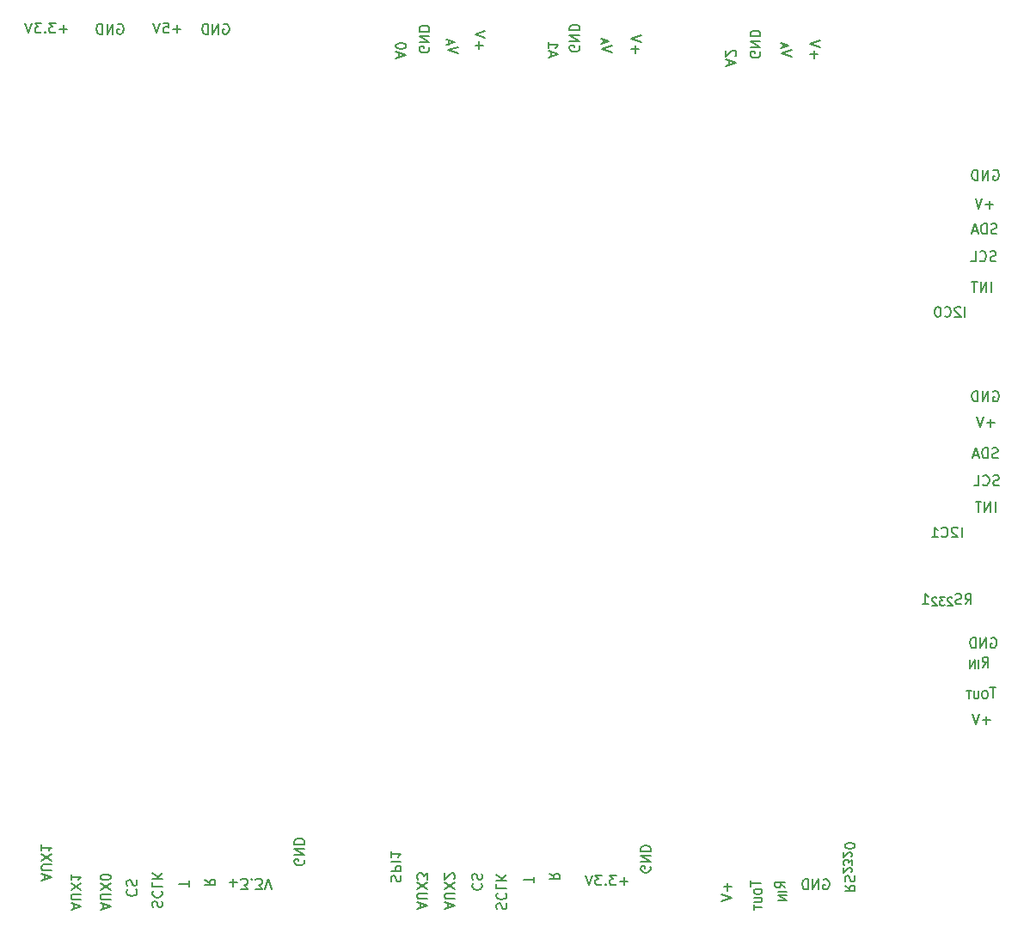
<source format=gbr>
%TF.GenerationSoftware,KiCad,Pcbnew,7.0.8*%
%TF.CreationDate,2024-01-07T20:15:44-08:00*%
%TF.ProjectId,PicoIrrigation,5069636f-4972-4726-9967-6174696f6e2e,rev?*%
%TF.SameCoordinates,Original*%
%TF.FileFunction,Legend,Bot*%
%TF.FilePolarity,Positive*%
%FSLAX46Y46*%
G04 Gerber Fmt 4.6, Leading zero omitted, Abs format (unit mm)*
G04 Created by KiCad (PCBNEW 7.0.8) date 2024-01-07 20:15:44*
%MOMM*%
%LPD*%
G01*
G04 APERTURE LIST*
%ADD10C,0.150000*%
G04 APERTURE END LIST*
D10*
X100439411Y-51917438D02*
X100534649Y-51869819D01*
X100534649Y-51869819D02*
X100677506Y-51869819D01*
X100677506Y-51869819D02*
X100820363Y-51917438D01*
X100820363Y-51917438D02*
X100915601Y-52012676D01*
X100915601Y-52012676D02*
X100963220Y-52107914D01*
X100963220Y-52107914D02*
X101010839Y-52298390D01*
X101010839Y-52298390D02*
X101010839Y-52441247D01*
X101010839Y-52441247D02*
X100963220Y-52631723D01*
X100963220Y-52631723D02*
X100915601Y-52726961D01*
X100915601Y-52726961D02*
X100820363Y-52822200D01*
X100820363Y-52822200D02*
X100677506Y-52869819D01*
X100677506Y-52869819D02*
X100582268Y-52869819D01*
X100582268Y-52869819D02*
X100439411Y-52822200D01*
X100439411Y-52822200D02*
X100391792Y-52774580D01*
X100391792Y-52774580D02*
X100391792Y-52441247D01*
X100391792Y-52441247D02*
X100582268Y-52441247D01*
X99963220Y-52869819D02*
X99963220Y-51869819D01*
X99963220Y-51869819D02*
X99391792Y-52869819D01*
X99391792Y-52869819D02*
X99391792Y-51869819D01*
X98915601Y-52869819D02*
X98915601Y-51869819D01*
X98915601Y-51869819D02*
X98677506Y-51869819D01*
X98677506Y-51869819D02*
X98534649Y-51917438D01*
X98534649Y-51917438D02*
X98439411Y-52012676D01*
X98439411Y-52012676D02*
X98391792Y-52107914D01*
X98391792Y-52107914D02*
X98344173Y-52298390D01*
X98344173Y-52298390D02*
X98344173Y-52441247D01*
X98344173Y-52441247D02*
X98391792Y-52631723D01*
X98391792Y-52631723D02*
X98439411Y-52726961D01*
X98439411Y-52726961D02*
X98534649Y-52822200D01*
X98534649Y-52822200D02*
X98677506Y-52869819D01*
X98677506Y-52869819D02*
X98915601Y-52869819D01*
X176263220Y-69688866D02*
X175501316Y-69688866D01*
X175882268Y-70069819D02*
X175882268Y-69307914D01*
X175167982Y-69069819D02*
X174834649Y-70069819D01*
X174834649Y-70069819D02*
X174501316Y-69069819D01*
X117715895Y-55210839D02*
X117715895Y-54734649D01*
X117430180Y-55306077D02*
X118430180Y-54972744D01*
X118430180Y-54972744D02*
X117430180Y-54639411D01*
X118430180Y-54115601D02*
X118430180Y-54020363D01*
X118430180Y-54020363D02*
X118382561Y-53925125D01*
X118382561Y-53925125D02*
X118334942Y-53877506D01*
X118334942Y-53877506D02*
X118239704Y-53829887D01*
X118239704Y-53829887D02*
X118049228Y-53782268D01*
X118049228Y-53782268D02*
X117811133Y-53782268D01*
X117811133Y-53782268D02*
X117620657Y-53829887D01*
X117620657Y-53829887D02*
X117525419Y-53877506D01*
X117525419Y-53877506D02*
X117477800Y-53925125D01*
X117477800Y-53925125D02*
X117430180Y-54020363D01*
X117430180Y-54020363D02*
X117430180Y-54115601D01*
X117430180Y-54115601D02*
X117477800Y-54210839D01*
X117477800Y-54210839D02*
X117525419Y-54258458D01*
X117525419Y-54258458D02*
X117620657Y-54306077D01*
X117620657Y-54306077D02*
X117811133Y-54353696D01*
X117811133Y-54353696D02*
X118049228Y-54353696D01*
X118049228Y-54353696D02*
X118239704Y-54306077D01*
X118239704Y-54306077D02*
X118334942Y-54258458D01*
X118334942Y-54258458D02*
X118382561Y-54210839D01*
X118382561Y-54210839D02*
X118430180Y-54115601D01*
X155769819Y-137008207D02*
X155293628Y-136674874D01*
X155769819Y-136436779D02*
X154769819Y-136436779D01*
X154769819Y-136436779D02*
X154769819Y-136817731D01*
X154769819Y-136817731D02*
X154817438Y-136912969D01*
X154817438Y-136912969D02*
X154865057Y-136960588D01*
X154865057Y-136960588D02*
X154960295Y-137008207D01*
X154960295Y-137008207D02*
X155103152Y-137008207D01*
X155103152Y-137008207D02*
X155198390Y-136960588D01*
X155198390Y-136960588D02*
X155246009Y-136912969D01*
X155246009Y-136912969D02*
X155293628Y-136817731D01*
X155293628Y-136817731D02*
X155293628Y-136436779D01*
X155880295Y-137389160D02*
X155080295Y-137389160D01*
X155880295Y-137770112D02*
X155080295Y-137770112D01*
X155080295Y-137770112D02*
X155880295Y-138227255D01*
X155880295Y-138227255D02*
X155080295Y-138227255D01*
X158611133Y-55263220D02*
X158611133Y-54501316D01*
X158230180Y-54882268D02*
X158992085Y-54882268D01*
X159230180Y-54167982D02*
X158230180Y-53834649D01*
X158230180Y-53834649D02*
X159230180Y-53501316D01*
X173163220Y-102469819D02*
X173163220Y-101469819D01*
X172734649Y-101565057D02*
X172687030Y-101517438D01*
X172687030Y-101517438D02*
X172591792Y-101469819D01*
X172591792Y-101469819D02*
X172353697Y-101469819D01*
X172353697Y-101469819D02*
X172258459Y-101517438D01*
X172258459Y-101517438D02*
X172210840Y-101565057D01*
X172210840Y-101565057D02*
X172163221Y-101660295D01*
X172163221Y-101660295D02*
X172163221Y-101755533D01*
X172163221Y-101755533D02*
X172210840Y-101898390D01*
X172210840Y-101898390D02*
X172782268Y-102469819D01*
X172782268Y-102469819D02*
X172163221Y-102469819D01*
X171163221Y-102374580D02*
X171210840Y-102422200D01*
X171210840Y-102422200D02*
X171353697Y-102469819D01*
X171353697Y-102469819D02*
X171448935Y-102469819D01*
X171448935Y-102469819D02*
X171591792Y-102422200D01*
X171591792Y-102422200D02*
X171687030Y-102326961D01*
X171687030Y-102326961D02*
X171734649Y-102231723D01*
X171734649Y-102231723D02*
X171782268Y-102041247D01*
X171782268Y-102041247D02*
X171782268Y-101898390D01*
X171782268Y-101898390D02*
X171734649Y-101707914D01*
X171734649Y-101707914D02*
X171687030Y-101612676D01*
X171687030Y-101612676D02*
X171591792Y-101517438D01*
X171591792Y-101517438D02*
X171448935Y-101469819D01*
X171448935Y-101469819D02*
X171353697Y-101469819D01*
X171353697Y-101469819D02*
X171210840Y-101517438D01*
X171210840Y-101517438D02*
X171163221Y-101565057D01*
X170210840Y-102469819D02*
X170782268Y-102469819D01*
X170496554Y-102469819D02*
X170496554Y-101469819D01*
X170496554Y-101469819D02*
X170591792Y-101612676D01*
X170591792Y-101612676D02*
X170687030Y-101707914D01*
X170687030Y-101707914D02*
X170782268Y-101755533D01*
X153282561Y-54639411D02*
X153330180Y-54734649D01*
X153330180Y-54734649D02*
X153330180Y-54877506D01*
X153330180Y-54877506D02*
X153282561Y-55020363D01*
X153282561Y-55020363D02*
X153187323Y-55115601D01*
X153187323Y-55115601D02*
X153092085Y-55163220D01*
X153092085Y-55163220D02*
X152901609Y-55210839D01*
X152901609Y-55210839D02*
X152758752Y-55210839D01*
X152758752Y-55210839D02*
X152568276Y-55163220D01*
X152568276Y-55163220D02*
X152473038Y-55115601D01*
X152473038Y-55115601D02*
X152377800Y-55020363D01*
X152377800Y-55020363D02*
X152330180Y-54877506D01*
X152330180Y-54877506D02*
X152330180Y-54782268D01*
X152330180Y-54782268D02*
X152377800Y-54639411D01*
X152377800Y-54639411D02*
X152425419Y-54591792D01*
X152425419Y-54591792D02*
X152758752Y-54591792D01*
X152758752Y-54591792D02*
X152758752Y-54782268D01*
X152330180Y-54163220D02*
X153330180Y-54163220D01*
X153330180Y-54163220D02*
X152330180Y-53591792D01*
X152330180Y-53591792D02*
X153330180Y-53591792D01*
X152330180Y-53115601D02*
X153330180Y-53115601D01*
X153330180Y-53115601D02*
X153330180Y-52877506D01*
X153330180Y-52877506D02*
X153282561Y-52734649D01*
X153282561Y-52734649D02*
X153187323Y-52639411D01*
X153187323Y-52639411D02*
X153092085Y-52591792D01*
X153092085Y-52591792D02*
X152901609Y-52544173D01*
X152901609Y-52544173D02*
X152758752Y-52544173D01*
X152758752Y-52544173D02*
X152568276Y-52591792D01*
X152568276Y-52591792D02*
X152473038Y-52639411D01*
X152473038Y-52639411D02*
X152377800Y-52734649D01*
X152377800Y-52734649D02*
X152330180Y-52877506D01*
X152330180Y-52877506D02*
X152330180Y-53115601D01*
X140263220Y-136388866D02*
X139501316Y-136388866D01*
X139882268Y-136769819D02*
X139882268Y-136007914D01*
X139120363Y-135769819D02*
X138501316Y-135769819D01*
X138501316Y-135769819D02*
X138834649Y-136150771D01*
X138834649Y-136150771D02*
X138691792Y-136150771D01*
X138691792Y-136150771D02*
X138596554Y-136198390D01*
X138596554Y-136198390D02*
X138548935Y-136246009D01*
X138548935Y-136246009D02*
X138501316Y-136341247D01*
X138501316Y-136341247D02*
X138501316Y-136579342D01*
X138501316Y-136579342D02*
X138548935Y-136674580D01*
X138548935Y-136674580D02*
X138596554Y-136722200D01*
X138596554Y-136722200D02*
X138691792Y-136769819D01*
X138691792Y-136769819D02*
X138977506Y-136769819D01*
X138977506Y-136769819D02*
X139072744Y-136722200D01*
X139072744Y-136722200D02*
X139120363Y-136674580D01*
X138072744Y-136674580D02*
X138025125Y-136722200D01*
X138025125Y-136722200D02*
X138072744Y-136769819D01*
X138072744Y-136769819D02*
X138120363Y-136722200D01*
X138120363Y-136722200D02*
X138072744Y-136674580D01*
X138072744Y-136674580D02*
X138072744Y-136769819D01*
X137691792Y-135769819D02*
X137072745Y-135769819D01*
X137072745Y-135769819D02*
X137406078Y-136150771D01*
X137406078Y-136150771D02*
X137263221Y-136150771D01*
X137263221Y-136150771D02*
X137167983Y-136198390D01*
X137167983Y-136198390D02*
X137120364Y-136246009D01*
X137120364Y-136246009D02*
X137072745Y-136341247D01*
X137072745Y-136341247D02*
X137072745Y-136579342D01*
X137072745Y-136579342D02*
X137120364Y-136674580D01*
X137120364Y-136674580D02*
X137167983Y-136722200D01*
X137167983Y-136722200D02*
X137263221Y-136769819D01*
X137263221Y-136769819D02*
X137548935Y-136769819D01*
X137548935Y-136769819D02*
X137644173Y-136722200D01*
X137644173Y-136722200D02*
X137691792Y-136674580D01*
X136787030Y-135769819D02*
X136453697Y-136769819D01*
X136453697Y-136769819D02*
X136120364Y-135769819D01*
X150215895Y-55910839D02*
X150215895Y-55434649D01*
X149930180Y-56006077D02*
X150930180Y-55672744D01*
X150930180Y-55672744D02*
X149930180Y-55339411D01*
X150834942Y-55053696D02*
X150882561Y-55006077D01*
X150882561Y-55006077D02*
X150930180Y-54910839D01*
X150930180Y-54910839D02*
X150930180Y-54672744D01*
X150930180Y-54672744D02*
X150882561Y-54577506D01*
X150882561Y-54577506D02*
X150834942Y-54529887D01*
X150834942Y-54529887D02*
X150739704Y-54482268D01*
X150739704Y-54482268D02*
X150644466Y-54482268D01*
X150644466Y-54482268D02*
X150501609Y-54529887D01*
X150501609Y-54529887D02*
X149930180Y-55101315D01*
X149930180Y-55101315D02*
X149930180Y-54482268D01*
X125025419Y-136591792D02*
X124977800Y-136639411D01*
X124977800Y-136639411D02*
X124930180Y-136782268D01*
X124930180Y-136782268D02*
X124930180Y-136877506D01*
X124930180Y-136877506D02*
X124977800Y-137020363D01*
X124977800Y-137020363D02*
X125073038Y-137115601D01*
X125073038Y-137115601D02*
X125168276Y-137163220D01*
X125168276Y-137163220D02*
X125358752Y-137210839D01*
X125358752Y-137210839D02*
X125501609Y-137210839D01*
X125501609Y-137210839D02*
X125692085Y-137163220D01*
X125692085Y-137163220D02*
X125787323Y-137115601D01*
X125787323Y-137115601D02*
X125882561Y-137020363D01*
X125882561Y-137020363D02*
X125930180Y-136877506D01*
X125930180Y-136877506D02*
X125930180Y-136782268D01*
X125930180Y-136782268D02*
X125882561Y-136639411D01*
X125882561Y-136639411D02*
X125834942Y-136591792D01*
X124977800Y-136210839D02*
X124930180Y-136067982D01*
X124930180Y-136067982D02*
X124930180Y-135829887D01*
X124930180Y-135829887D02*
X124977800Y-135734649D01*
X124977800Y-135734649D02*
X125025419Y-135687030D01*
X125025419Y-135687030D02*
X125120657Y-135639411D01*
X125120657Y-135639411D02*
X125215895Y-135639411D01*
X125215895Y-135639411D02*
X125311133Y-135687030D01*
X125311133Y-135687030D02*
X125358752Y-135734649D01*
X125358752Y-135734649D02*
X125406371Y-135829887D01*
X125406371Y-135829887D02*
X125453990Y-136020363D01*
X125453990Y-136020363D02*
X125501609Y-136115601D01*
X125501609Y-136115601D02*
X125549228Y-136163220D01*
X125549228Y-136163220D02*
X125644466Y-136210839D01*
X125644466Y-136210839D02*
X125739704Y-136210839D01*
X125739704Y-136210839D02*
X125834942Y-136163220D01*
X125834942Y-136163220D02*
X125882561Y-136115601D01*
X125882561Y-136115601D02*
X125930180Y-136020363D01*
X125930180Y-136020363D02*
X125930180Y-135782268D01*
X125930180Y-135782268D02*
X125882561Y-135639411D01*
X159539411Y-136217438D02*
X159634649Y-136169819D01*
X159634649Y-136169819D02*
X159777506Y-136169819D01*
X159777506Y-136169819D02*
X159920363Y-136217438D01*
X159920363Y-136217438D02*
X160015601Y-136312676D01*
X160015601Y-136312676D02*
X160063220Y-136407914D01*
X160063220Y-136407914D02*
X160110839Y-136598390D01*
X160110839Y-136598390D02*
X160110839Y-136741247D01*
X160110839Y-136741247D02*
X160063220Y-136931723D01*
X160063220Y-136931723D02*
X160015601Y-137026961D01*
X160015601Y-137026961D02*
X159920363Y-137122200D01*
X159920363Y-137122200D02*
X159777506Y-137169819D01*
X159777506Y-137169819D02*
X159682268Y-137169819D01*
X159682268Y-137169819D02*
X159539411Y-137122200D01*
X159539411Y-137122200D02*
X159491792Y-137074580D01*
X159491792Y-137074580D02*
X159491792Y-136741247D01*
X159491792Y-136741247D02*
X159682268Y-136741247D01*
X159063220Y-137169819D02*
X159063220Y-136169819D01*
X159063220Y-136169819D02*
X158491792Y-137169819D01*
X158491792Y-137169819D02*
X158491792Y-136169819D01*
X158015601Y-137169819D02*
X158015601Y-136169819D01*
X158015601Y-136169819D02*
X157777506Y-136169819D01*
X157777506Y-136169819D02*
X157634649Y-136217438D01*
X157634649Y-136217438D02*
X157539411Y-136312676D01*
X157539411Y-136312676D02*
X157491792Y-136407914D01*
X157491792Y-136407914D02*
X157444173Y-136598390D01*
X157444173Y-136598390D02*
X157444173Y-136741247D01*
X157444173Y-136741247D02*
X157491792Y-136931723D01*
X157491792Y-136931723D02*
X157539411Y-137026961D01*
X157539411Y-137026961D02*
X157634649Y-137122200D01*
X157634649Y-137122200D02*
X157777506Y-137169819D01*
X157777506Y-137169819D02*
X158015601Y-137169819D01*
X125611133Y-54363220D02*
X125611133Y-53601316D01*
X125230180Y-53982268D02*
X125992085Y-53982268D01*
X126230180Y-53267982D02*
X125230180Y-52934649D01*
X125230180Y-52934649D02*
X126230180Y-52601316D01*
X150088866Y-136536779D02*
X150088866Y-137298684D01*
X150469819Y-136917731D02*
X149707914Y-136917731D01*
X149469819Y-137632017D02*
X150469819Y-137965350D01*
X150469819Y-137965350D02*
X149469819Y-138298683D01*
X142482561Y-134939411D02*
X142530180Y-135034649D01*
X142530180Y-135034649D02*
X142530180Y-135177506D01*
X142530180Y-135177506D02*
X142482561Y-135320363D01*
X142482561Y-135320363D02*
X142387323Y-135415601D01*
X142387323Y-135415601D02*
X142292085Y-135463220D01*
X142292085Y-135463220D02*
X142101609Y-135510839D01*
X142101609Y-135510839D02*
X141958752Y-135510839D01*
X141958752Y-135510839D02*
X141768276Y-135463220D01*
X141768276Y-135463220D02*
X141673038Y-135415601D01*
X141673038Y-135415601D02*
X141577800Y-135320363D01*
X141577800Y-135320363D02*
X141530180Y-135177506D01*
X141530180Y-135177506D02*
X141530180Y-135082268D01*
X141530180Y-135082268D02*
X141577800Y-134939411D01*
X141577800Y-134939411D02*
X141625419Y-134891792D01*
X141625419Y-134891792D02*
X141958752Y-134891792D01*
X141958752Y-134891792D02*
X141958752Y-135082268D01*
X141530180Y-134463220D02*
X142530180Y-134463220D01*
X142530180Y-134463220D02*
X141530180Y-133891792D01*
X141530180Y-133891792D02*
X142530180Y-133891792D01*
X141530180Y-133415601D02*
X142530180Y-133415601D01*
X142530180Y-133415601D02*
X142530180Y-133177506D01*
X142530180Y-133177506D02*
X142482561Y-133034649D01*
X142482561Y-133034649D02*
X142387323Y-132939411D01*
X142387323Y-132939411D02*
X142292085Y-132891792D01*
X142292085Y-132891792D02*
X142101609Y-132844173D01*
X142101609Y-132844173D02*
X141958752Y-132844173D01*
X141958752Y-132844173D02*
X141768276Y-132891792D01*
X141768276Y-132891792D02*
X141673038Y-132939411D01*
X141673038Y-132939411D02*
X141577800Y-133034649D01*
X141577800Y-133034649D02*
X141530180Y-133177506D01*
X141530180Y-133177506D02*
X141530180Y-133415601D01*
X91025419Y-137191792D02*
X90977800Y-137239411D01*
X90977800Y-137239411D02*
X90930180Y-137382268D01*
X90930180Y-137382268D02*
X90930180Y-137477506D01*
X90930180Y-137477506D02*
X90977800Y-137620363D01*
X90977800Y-137620363D02*
X91073038Y-137715601D01*
X91073038Y-137715601D02*
X91168276Y-137763220D01*
X91168276Y-137763220D02*
X91358752Y-137810839D01*
X91358752Y-137810839D02*
X91501609Y-137810839D01*
X91501609Y-137810839D02*
X91692085Y-137763220D01*
X91692085Y-137763220D02*
X91787323Y-137715601D01*
X91787323Y-137715601D02*
X91882561Y-137620363D01*
X91882561Y-137620363D02*
X91930180Y-137477506D01*
X91930180Y-137477506D02*
X91930180Y-137382268D01*
X91930180Y-137382268D02*
X91882561Y-137239411D01*
X91882561Y-137239411D02*
X91834942Y-137191792D01*
X90977800Y-136810839D02*
X90930180Y-136667982D01*
X90930180Y-136667982D02*
X90930180Y-136429887D01*
X90930180Y-136429887D02*
X90977800Y-136334649D01*
X90977800Y-136334649D02*
X91025419Y-136287030D01*
X91025419Y-136287030D02*
X91120657Y-136239411D01*
X91120657Y-136239411D02*
X91215895Y-136239411D01*
X91215895Y-136239411D02*
X91311133Y-136287030D01*
X91311133Y-136287030D02*
X91358752Y-136334649D01*
X91358752Y-136334649D02*
X91406371Y-136429887D01*
X91406371Y-136429887D02*
X91453990Y-136620363D01*
X91453990Y-136620363D02*
X91501609Y-136715601D01*
X91501609Y-136715601D02*
X91549228Y-136763220D01*
X91549228Y-136763220D02*
X91644466Y-136810839D01*
X91644466Y-136810839D02*
X91739704Y-136810839D01*
X91739704Y-136810839D02*
X91834942Y-136763220D01*
X91834942Y-136763220D02*
X91882561Y-136715601D01*
X91882561Y-136715601D02*
X91930180Y-136620363D01*
X91930180Y-136620363D02*
X91930180Y-136382268D01*
X91930180Y-136382268D02*
X91882561Y-136239411D01*
X176063220Y-78269819D02*
X176063220Y-77269819D01*
X175587030Y-78269819D02*
X175587030Y-77269819D01*
X175587030Y-77269819D02*
X175015602Y-78269819D01*
X175015602Y-78269819D02*
X175015602Y-77269819D01*
X174682268Y-77269819D02*
X174110840Y-77269819D01*
X174396554Y-78269819D02*
X174396554Y-77269819D01*
X123530180Y-54806077D02*
X122530180Y-54472744D01*
X122530180Y-54472744D02*
X123530180Y-54139411D01*
X122648276Y-53891792D02*
X122648276Y-53510839D01*
X122419704Y-53967982D02*
X123219704Y-53701315D01*
X123219704Y-53701315D02*
X122419704Y-53434649D01*
X101036779Y-136511133D02*
X101798684Y-136511133D01*
X101417731Y-136130180D02*
X101417731Y-136892085D01*
X102179636Y-137130180D02*
X102798683Y-137130180D01*
X102798683Y-137130180D02*
X102465350Y-136749228D01*
X102465350Y-136749228D02*
X102608207Y-136749228D01*
X102608207Y-136749228D02*
X102703445Y-136701609D01*
X102703445Y-136701609D02*
X102751064Y-136653990D01*
X102751064Y-136653990D02*
X102798683Y-136558752D01*
X102798683Y-136558752D02*
X102798683Y-136320657D01*
X102798683Y-136320657D02*
X102751064Y-136225419D01*
X102751064Y-136225419D02*
X102703445Y-136177800D01*
X102703445Y-136177800D02*
X102608207Y-136130180D01*
X102608207Y-136130180D02*
X102322493Y-136130180D01*
X102322493Y-136130180D02*
X102227255Y-136177800D01*
X102227255Y-136177800D02*
X102179636Y-136225419D01*
X103227255Y-136225419D02*
X103274874Y-136177800D01*
X103274874Y-136177800D02*
X103227255Y-136130180D01*
X103227255Y-136130180D02*
X103179636Y-136177800D01*
X103179636Y-136177800D02*
X103227255Y-136225419D01*
X103227255Y-136225419D02*
X103227255Y-136130180D01*
X103608207Y-137130180D02*
X104227254Y-137130180D01*
X104227254Y-137130180D02*
X103893921Y-136749228D01*
X103893921Y-136749228D02*
X104036778Y-136749228D01*
X104036778Y-136749228D02*
X104132016Y-136701609D01*
X104132016Y-136701609D02*
X104179635Y-136653990D01*
X104179635Y-136653990D02*
X104227254Y-136558752D01*
X104227254Y-136558752D02*
X104227254Y-136320657D01*
X104227254Y-136320657D02*
X104179635Y-136225419D01*
X104179635Y-136225419D02*
X104132016Y-136177800D01*
X104132016Y-136177800D02*
X104036778Y-136130180D01*
X104036778Y-136130180D02*
X103751064Y-136130180D01*
X103751064Y-136130180D02*
X103655826Y-136177800D01*
X103655826Y-136177800D02*
X103608207Y-136225419D01*
X104512969Y-137130180D02*
X104846302Y-136130180D01*
X104846302Y-136130180D02*
X105179635Y-137130180D01*
X176239411Y-88117438D02*
X176334649Y-88069819D01*
X176334649Y-88069819D02*
X176477506Y-88069819D01*
X176477506Y-88069819D02*
X176620363Y-88117438D01*
X176620363Y-88117438D02*
X176715601Y-88212676D01*
X176715601Y-88212676D02*
X176763220Y-88307914D01*
X176763220Y-88307914D02*
X176810839Y-88498390D01*
X176810839Y-88498390D02*
X176810839Y-88641247D01*
X176810839Y-88641247D02*
X176763220Y-88831723D01*
X176763220Y-88831723D02*
X176715601Y-88926961D01*
X176715601Y-88926961D02*
X176620363Y-89022200D01*
X176620363Y-89022200D02*
X176477506Y-89069819D01*
X176477506Y-89069819D02*
X176382268Y-89069819D01*
X176382268Y-89069819D02*
X176239411Y-89022200D01*
X176239411Y-89022200D02*
X176191792Y-88974580D01*
X176191792Y-88974580D02*
X176191792Y-88641247D01*
X176191792Y-88641247D02*
X176382268Y-88641247D01*
X175763220Y-89069819D02*
X175763220Y-88069819D01*
X175763220Y-88069819D02*
X175191792Y-89069819D01*
X175191792Y-89069819D02*
X175191792Y-88069819D01*
X174715601Y-89069819D02*
X174715601Y-88069819D01*
X174715601Y-88069819D02*
X174477506Y-88069819D01*
X174477506Y-88069819D02*
X174334649Y-88117438D01*
X174334649Y-88117438D02*
X174239411Y-88212676D01*
X174239411Y-88212676D02*
X174191792Y-88307914D01*
X174191792Y-88307914D02*
X174144173Y-88498390D01*
X174144173Y-88498390D02*
X174144173Y-88641247D01*
X174144173Y-88641247D02*
X174191792Y-88831723D01*
X174191792Y-88831723D02*
X174239411Y-88926961D01*
X174239411Y-88926961D02*
X174334649Y-89022200D01*
X174334649Y-89022200D02*
X174477506Y-89069819D01*
X174477506Y-89069819D02*
X174715601Y-89069819D01*
X176363220Y-91188866D02*
X175601316Y-91188866D01*
X175982268Y-91569819D02*
X175982268Y-90807914D01*
X175267982Y-90569819D02*
X174934649Y-91569819D01*
X174934649Y-91569819D02*
X174601316Y-90569819D01*
X173463220Y-80769819D02*
X173463220Y-79769819D01*
X173034649Y-79865057D02*
X172987030Y-79817438D01*
X172987030Y-79817438D02*
X172891792Y-79769819D01*
X172891792Y-79769819D02*
X172653697Y-79769819D01*
X172653697Y-79769819D02*
X172558459Y-79817438D01*
X172558459Y-79817438D02*
X172510840Y-79865057D01*
X172510840Y-79865057D02*
X172463221Y-79960295D01*
X172463221Y-79960295D02*
X172463221Y-80055533D01*
X172463221Y-80055533D02*
X172510840Y-80198390D01*
X172510840Y-80198390D02*
X173082268Y-80769819D01*
X173082268Y-80769819D02*
X172463221Y-80769819D01*
X171463221Y-80674580D02*
X171510840Y-80722200D01*
X171510840Y-80722200D02*
X171653697Y-80769819D01*
X171653697Y-80769819D02*
X171748935Y-80769819D01*
X171748935Y-80769819D02*
X171891792Y-80722200D01*
X171891792Y-80722200D02*
X171987030Y-80626961D01*
X171987030Y-80626961D02*
X172034649Y-80531723D01*
X172034649Y-80531723D02*
X172082268Y-80341247D01*
X172082268Y-80341247D02*
X172082268Y-80198390D01*
X172082268Y-80198390D02*
X172034649Y-80007914D01*
X172034649Y-80007914D02*
X171987030Y-79912676D01*
X171987030Y-79912676D02*
X171891792Y-79817438D01*
X171891792Y-79817438D02*
X171748935Y-79769819D01*
X171748935Y-79769819D02*
X171653697Y-79769819D01*
X171653697Y-79769819D02*
X171510840Y-79817438D01*
X171510840Y-79817438D02*
X171463221Y-79865057D01*
X170844173Y-79769819D02*
X170748935Y-79769819D01*
X170748935Y-79769819D02*
X170653697Y-79817438D01*
X170653697Y-79817438D02*
X170606078Y-79865057D01*
X170606078Y-79865057D02*
X170558459Y-79960295D01*
X170558459Y-79960295D02*
X170510840Y-80150771D01*
X170510840Y-80150771D02*
X170510840Y-80388866D01*
X170510840Y-80388866D02*
X170558459Y-80579342D01*
X170558459Y-80579342D02*
X170606078Y-80674580D01*
X170606078Y-80674580D02*
X170653697Y-80722200D01*
X170653697Y-80722200D02*
X170748935Y-80769819D01*
X170748935Y-80769819D02*
X170844173Y-80769819D01*
X170844173Y-80769819D02*
X170939411Y-80722200D01*
X170939411Y-80722200D02*
X170987030Y-80674580D01*
X170987030Y-80674580D02*
X171034649Y-80579342D01*
X171034649Y-80579342D02*
X171082268Y-80388866D01*
X171082268Y-80388866D02*
X171082268Y-80150771D01*
X171082268Y-80150771D02*
X171034649Y-79960295D01*
X171034649Y-79960295D02*
X170987030Y-79865057D01*
X170987030Y-79865057D02*
X170939411Y-79817438D01*
X170939411Y-79817438D02*
X170844173Y-79769819D01*
X122515895Y-139010839D02*
X122515895Y-138534649D01*
X122230180Y-139106077D02*
X123230180Y-138772744D01*
X123230180Y-138772744D02*
X122230180Y-138439411D01*
X123230180Y-138106077D02*
X122420657Y-138106077D01*
X122420657Y-138106077D02*
X122325419Y-138058458D01*
X122325419Y-138058458D02*
X122277800Y-138010839D01*
X122277800Y-138010839D02*
X122230180Y-137915601D01*
X122230180Y-137915601D02*
X122230180Y-137725125D01*
X122230180Y-137725125D02*
X122277800Y-137629887D01*
X122277800Y-137629887D02*
X122325419Y-137582268D01*
X122325419Y-137582268D02*
X122420657Y-137534649D01*
X122420657Y-137534649D02*
X123230180Y-137534649D01*
X123230180Y-137153696D02*
X122230180Y-136487030D01*
X123230180Y-136487030D02*
X122230180Y-137153696D01*
X123134942Y-136153696D02*
X123182561Y-136106077D01*
X123182561Y-136106077D02*
X123230180Y-136010839D01*
X123230180Y-136010839D02*
X123230180Y-135772744D01*
X123230180Y-135772744D02*
X123182561Y-135677506D01*
X123182561Y-135677506D02*
X123134942Y-135629887D01*
X123134942Y-135629887D02*
X123039704Y-135582268D01*
X123039704Y-135582268D02*
X122944466Y-135582268D01*
X122944466Y-135582268D02*
X122801609Y-135629887D01*
X122801609Y-135629887D02*
X122230180Y-136201315D01*
X122230180Y-136201315D02*
X122230180Y-135582268D01*
X175963220Y-120488866D02*
X175201316Y-120488866D01*
X175582268Y-120869819D02*
X175582268Y-120107914D01*
X174867982Y-119869819D02*
X174534649Y-120869819D01*
X174534649Y-120869819D02*
X174201316Y-119869819D01*
X135482561Y-54039411D02*
X135530180Y-54134649D01*
X135530180Y-54134649D02*
X135530180Y-54277506D01*
X135530180Y-54277506D02*
X135482561Y-54420363D01*
X135482561Y-54420363D02*
X135387323Y-54515601D01*
X135387323Y-54515601D02*
X135292085Y-54563220D01*
X135292085Y-54563220D02*
X135101609Y-54610839D01*
X135101609Y-54610839D02*
X134958752Y-54610839D01*
X134958752Y-54610839D02*
X134768276Y-54563220D01*
X134768276Y-54563220D02*
X134673038Y-54515601D01*
X134673038Y-54515601D02*
X134577800Y-54420363D01*
X134577800Y-54420363D02*
X134530180Y-54277506D01*
X134530180Y-54277506D02*
X134530180Y-54182268D01*
X134530180Y-54182268D02*
X134577800Y-54039411D01*
X134577800Y-54039411D02*
X134625419Y-53991792D01*
X134625419Y-53991792D02*
X134958752Y-53991792D01*
X134958752Y-53991792D02*
X134958752Y-54182268D01*
X134530180Y-53563220D02*
X135530180Y-53563220D01*
X135530180Y-53563220D02*
X134530180Y-52991792D01*
X134530180Y-52991792D02*
X135530180Y-52991792D01*
X134530180Y-52515601D02*
X135530180Y-52515601D01*
X135530180Y-52515601D02*
X135530180Y-52277506D01*
X135530180Y-52277506D02*
X135482561Y-52134649D01*
X135482561Y-52134649D02*
X135387323Y-52039411D01*
X135387323Y-52039411D02*
X135292085Y-51991792D01*
X135292085Y-51991792D02*
X135101609Y-51944173D01*
X135101609Y-51944173D02*
X134958752Y-51944173D01*
X134958752Y-51944173D02*
X134768276Y-51991792D01*
X134768276Y-51991792D02*
X134673038Y-52039411D01*
X134673038Y-52039411D02*
X134577800Y-52134649D01*
X134577800Y-52134649D02*
X134530180Y-52277506D01*
X134530180Y-52277506D02*
X134530180Y-52515601D01*
X119815895Y-139010839D02*
X119815895Y-138534649D01*
X119530180Y-139106077D02*
X120530180Y-138772744D01*
X120530180Y-138772744D02*
X119530180Y-138439411D01*
X120530180Y-138106077D02*
X119720657Y-138106077D01*
X119720657Y-138106077D02*
X119625419Y-138058458D01*
X119625419Y-138058458D02*
X119577800Y-138010839D01*
X119577800Y-138010839D02*
X119530180Y-137915601D01*
X119530180Y-137915601D02*
X119530180Y-137725125D01*
X119530180Y-137725125D02*
X119577800Y-137629887D01*
X119577800Y-137629887D02*
X119625419Y-137582268D01*
X119625419Y-137582268D02*
X119720657Y-137534649D01*
X119720657Y-137534649D02*
X120530180Y-137534649D01*
X120530180Y-137153696D02*
X119530180Y-136487030D01*
X120530180Y-136487030D02*
X119530180Y-137153696D01*
X120530180Y-136201315D02*
X120530180Y-135582268D01*
X120530180Y-135582268D02*
X120149228Y-135915601D01*
X120149228Y-135915601D02*
X120149228Y-135772744D01*
X120149228Y-135772744D02*
X120101609Y-135677506D01*
X120101609Y-135677506D02*
X120053990Y-135629887D01*
X120053990Y-135629887D02*
X119958752Y-135582268D01*
X119958752Y-135582268D02*
X119720657Y-135582268D01*
X119720657Y-135582268D02*
X119625419Y-135629887D01*
X119625419Y-135629887D02*
X119577800Y-135677506D01*
X119577800Y-135677506D02*
X119530180Y-135772744D01*
X119530180Y-135772744D02*
X119530180Y-136058458D01*
X119530180Y-136058458D02*
X119577800Y-136153696D01*
X119577800Y-136153696D02*
X119625419Y-136201315D01*
X176506077Y-117269819D02*
X175934649Y-117269819D01*
X176220363Y-118269819D02*
X176220363Y-117269819D01*
X175496553Y-117580295D02*
X175344172Y-117580295D01*
X175344172Y-117580295D02*
X175267982Y-117618390D01*
X175267982Y-117618390D02*
X175191791Y-117694580D01*
X175191791Y-117694580D02*
X175153696Y-117846961D01*
X175153696Y-117846961D02*
X175153696Y-118113628D01*
X175153696Y-118113628D02*
X175191791Y-118266009D01*
X175191791Y-118266009D02*
X175267982Y-118342200D01*
X175267982Y-118342200D02*
X175344172Y-118380295D01*
X175344172Y-118380295D02*
X175496553Y-118380295D01*
X175496553Y-118380295D02*
X175572744Y-118342200D01*
X175572744Y-118342200D02*
X175648934Y-118266009D01*
X175648934Y-118266009D02*
X175687030Y-118113628D01*
X175687030Y-118113628D02*
X175687030Y-117846961D01*
X175687030Y-117846961D02*
X175648934Y-117694580D01*
X175648934Y-117694580D02*
X175572744Y-117618390D01*
X175572744Y-117618390D02*
X175496553Y-117580295D01*
X174810839Y-117580295D02*
X174810839Y-118227914D01*
X174810839Y-118227914D02*
X174772744Y-118304104D01*
X174772744Y-118304104D02*
X174734649Y-118342200D01*
X174734649Y-118342200D02*
X174658458Y-118380295D01*
X174658458Y-118380295D02*
X174506077Y-118380295D01*
X174506077Y-118380295D02*
X174429887Y-118342200D01*
X174429887Y-118342200D02*
X174391792Y-118304104D01*
X174391792Y-118304104D02*
X174353696Y-118227914D01*
X174353696Y-118227914D02*
X174353696Y-117580295D01*
X174087030Y-117580295D02*
X173629887Y-117580295D01*
X173858459Y-118380295D02*
X173858459Y-117580295D01*
X175191792Y-115269819D02*
X175525125Y-114793628D01*
X175763220Y-115269819D02*
X175763220Y-114269819D01*
X175763220Y-114269819D02*
X175382268Y-114269819D01*
X175382268Y-114269819D02*
X175287030Y-114317438D01*
X175287030Y-114317438D02*
X175239411Y-114365057D01*
X175239411Y-114365057D02*
X175191792Y-114460295D01*
X175191792Y-114460295D02*
X175191792Y-114603152D01*
X175191792Y-114603152D02*
X175239411Y-114698390D01*
X175239411Y-114698390D02*
X175287030Y-114746009D01*
X175287030Y-114746009D02*
X175382268Y-114793628D01*
X175382268Y-114793628D02*
X175763220Y-114793628D01*
X174810839Y-115380295D02*
X174810839Y-114580295D01*
X174429887Y-115380295D02*
X174429887Y-114580295D01*
X174429887Y-114580295D02*
X173972744Y-115380295D01*
X173972744Y-115380295D02*
X173972744Y-114580295D01*
X90039411Y-51917438D02*
X90134649Y-51869819D01*
X90134649Y-51869819D02*
X90277506Y-51869819D01*
X90277506Y-51869819D02*
X90420363Y-51917438D01*
X90420363Y-51917438D02*
X90515601Y-52012676D01*
X90515601Y-52012676D02*
X90563220Y-52107914D01*
X90563220Y-52107914D02*
X90610839Y-52298390D01*
X90610839Y-52298390D02*
X90610839Y-52441247D01*
X90610839Y-52441247D02*
X90563220Y-52631723D01*
X90563220Y-52631723D02*
X90515601Y-52726961D01*
X90515601Y-52726961D02*
X90420363Y-52822200D01*
X90420363Y-52822200D02*
X90277506Y-52869819D01*
X90277506Y-52869819D02*
X90182268Y-52869819D01*
X90182268Y-52869819D02*
X90039411Y-52822200D01*
X90039411Y-52822200D02*
X89991792Y-52774580D01*
X89991792Y-52774580D02*
X89991792Y-52441247D01*
X89991792Y-52441247D02*
X90182268Y-52441247D01*
X89563220Y-52869819D02*
X89563220Y-51869819D01*
X89563220Y-51869819D02*
X88991792Y-52869819D01*
X88991792Y-52869819D02*
X88991792Y-51869819D01*
X88515601Y-52869819D02*
X88515601Y-51869819D01*
X88515601Y-51869819D02*
X88277506Y-51869819D01*
X88277506Y-51869819D02*
X88134649Y-51917438D01*
X88134649Y-51917438D02*
X88039411Y-52012676D01*
X88039411Y-52012676D02*
X87991792Y-52107914D01*
X87991792Y-52107914D02*
X87944173Y-52298390D01*
X87944173Y-52298390D02*
X87944173Y-52441247D01*
X87944173Y-52441247D02*
X87991792Y-52631723D01*
X87991792Y-52631723D02*
X88039411Y-52726961D01*
X88039411Y-52726961D02*
X88134649Y-52822200D01*
X88134649Y-52822200D02*
X88277506Y-52869819D01*
X88277506Y-52869819D02*
X88515601Y-52869819D01*
X176610839Y-72522200D02*
X176467982Y-72569819D01*
X176467982Y-72569819D02*
X176229887Y-72569819D01*
X176229887Y-72569819D02*
X176134649Y-72522200D01*
X176134649Y-72522200D02*
X176087030Y-72474580D01*
X176087030Y-72474580D02*
X176039411Y-72379342D01*
X176039411Y-72379342D02*
X176039411Y-72284104D01*
X176039411Y-72284104D02*
X176087030Y-72188866D01*
X176087030Y-72188866D02*
X176134649Y-72141247D01*
X176134649Y-72141247D02*
X176229887Y-72093628D01*
X176229887Y-72093628D02*
X176420363Y-72046009D01*
X176420363Y-72046009D02*
X176515601Y-71998390D01*
X176515601Y-71998390D02*
X176563220Y-71950771D01*
X176563220Y-71950771D02*
X176610839Y-71855533D01*
X176610839Y-71855533D02*
X176610839Y-71760295D01*
X176610839Y-71760295D02*
X176563220Y-71665057D01*
X176563220Y-71665057D02*
X176515601Y-71617438D01*
X176515601Y-71617438D02*
X176420363Y-71569819D01*
X176420363Y-71569819D02*
X176182268Y-71569819D01*
X176182268Y-71569819D02*
X176039411Y-71617438D01*
X175610839Y-72569819D02*
X175610839Y-71569819D01*
X175610839Y-71569819D02*
X175372744Y-71569819D01*
X175372744Y-71569819D02*
X175229887Y-71617438D01*
X175229887Y-71617438D02*
X175134649Y-71712676D01*
X175134649Y-71712676D02*
X175087030Y-71807914D01*
X175087030Y-71807914D02*
X175039411Y-71998390D01*
X175039411Y-71998390D02*
X175039411Y-72141247D01*
X175039411Y-72141247D02*
X175087030Y-72331723D01*
X175087030Y-72331723D02*
X175134649Y-72426961D01*
X175134649Y-72426961D02*
X175229887Y-72522200D01*
X175229887Y-72522200D02*
X175372744Y-72569819D01*
X175372744Y-72569819D02*
X175610839Y-72569819D01*
X174658458Y-72284104D02*
X174182268Y-72284104D01*
X174753696Y-72569819D02*
X174420363Y-71569819D01*
X174420363Y-71569819D02*
X174087030Y-72569819D01*
X88615895Y-139110839D02*
X88615895Y-138634649D01*
X88330180Y-139206077D02*
X89330180Y-138872744D01*
X89330180Y-138872744D02*
X88330180Y-138539411D01*
X89330180Y-138206077D02*
X88520657Y-138206077D01*
X88520657Y-138206077D02*
X88425419Y-138158458D01*
X88425419Y-138158458D02*
X88377800Y-138110839D01*
X88377800Y-138110839D02*
X88330180Y-138015601D01*
X88330180Y-138015601D02*
X88330180Y-137825125D01*
X88330180Y-137825125D02*
X88377800Y-137729887D01*
X88377800Y-137729887D02*
X88425419Y-137682268D01*
X88425419Y-137682268D02*
X88520657Y-137634649D01*
X88520657Y-137634649D02*
X89330180Y-137634649D01*
X89330180Y-137253696D02*
X88330180Y-136587030D01*
X89330180Y-136587030D02*
X88330180Y-137253696D01*
X89330180Y-136015601D02*
X89330180Y-135920363D01*
X89330180Y-135920363D02*
X89282561Y-135825125D01*
X89282561Y-135825125D02*
X89234942Y-135777506D01*
X89234942Y-135777506D02*
X89139704Y-135729887D01*
X89139704Y-135729887D02*
X88949228Y-135682268D01*
X88949228Y-135682268D02*
X88711133Y-135682268D01*
X88711133Y-135682268D02*
X88520657Y-135729887D01*
X88520657Y-135729887D02*
X88425419Y-135777506D01*
X88425419Y-135777506D02*
X88377800Y-135825125D01*
X88377800Y-135825125D02*
X88330180Y-135920363D01*
X88330180Y-135920363D02*
X88330180Y-136015601D01*
X88330180Y-136015601D02*
X88377800Y-136110839D01*
X88377800Y-136110839D02*
X88425419Y-136158458D01*
X88425419Y-136158458D02*
X88520657Y-136206077D01*
X88520657Y-136206077D02*
X88711133Y-136253696D01*
X88711133Y-136253696D02*
X88949228Y-136253696D01*
X88949228Y-136253696D02*
X89139704Y-136206077D01*
X89139704Y-136206077D02*
X89234942Y-136158458D01*
X89234942Y-136158458D02*
X89282561Y-136110839D01*
X89282561Y-136110839D02*
X89330180Y-136015601D01*
X132715895Y-55110839D02*
X132715895Y-54634649D01*
X132430180Y-55206077D02*
X133430180Y-54872744D01*
X133430180Y-54872744D02*
X132430180Y-54539411D01*
X132430180Y-53682268D02*
X132430180Y-54253696D01*
X132430180Y-53967982D02*
X133430180Y-53967982D01*
X133430180Y-53967982D02*
X133287323Y-54063220D01*
X133287323Y-54063220D02*
X133192085Y-54158458D01*
X133192085Y-54158458D02*
X133144466Y-54253696D01*
X176239411Y-66317438D02*
X176334649Y-66269819D01*
X176334649Y-66269819D02*
X176477506Y-66269819D01*
X176477506Y-66269819D02*
X176620363Y-66317438D01*
X176620363Y-66317438D02*
X176715601Y-66412676D01*
X176715601Y-66412676D02*
X176763220Y-66507914D01*
X176763220Y-66507914D02*
X176810839Y-66698390D01*
X176810839Y-66698390D02*
X176810839Y-66841247D01*
X176810839Y-66841247D02*
X176763220Y-67031723D01*
X176763220Y-67031723D02*
X176715601Y-67126961D01*
X176715601Y-67126961D02*
X176620363Y-67222200D01*
X176620363Y-67222200D02*
X176477506Y-67269819D01*
X176477506Y-67269819D02*
X176382268Y-67269819D01*
X176382268Y-67269819D02*
X176239411Y-67222200D01*
X176239411Y-67222200D02*
X176191792Y-67174580D01*
X176191792Y-67174580D02*
X176191792Y-66841247D01*
X176191792Y-66841247D02*
X176382268Y-66841247D01*
X175763220Y-67269819D02*
X175763220Y-66269819D01*
X175763220Y-66269819D02*
X175191792Y-67269819D01*
X175191792Y-67269819D02*
X175191792Y-66269819D01*
X174715601Y-67269819D02*
X174715601Y-66269819D01*
X174715601Y-66269819D02*
X174477506Y-66269819D01*
X174477506Y-66269819D02*
X174334649Y-66317438D01*
X174334649Y-66317438D02*
X174239411Y-66412676D01*
X174239411Y-66412676D02*
X174191792Y-66507914D01*
X174191792Y-66507914D02*
X174144173Y-66698390D01*
X174144173Y-66698390D02*
X174144173Y-66841247D01*
X174144173Y-66841247D02*
X174191792Y-67031723D01*
X174191792Y-67031723D02*
X174239411Y-67126961D01*
X174239411Y-67126961D02*
X174334649Y-67222200D01*
X174334649Y-67222200D02*
X174477506Y-67269819D01*
X174477506Y-67269819D02*
X174715601Y-67269819D01*
X138730180Y-54706077D02*
X137730180Y-54372744D01*
X137730180Y-54372744D02*
X138730180Y-54039411D01*
X137848276Y-53791792D02*
X137848276Y-53410839D01*
X137619704Y-53867982D02*
X138419704Y-53601315D01*
X138419704Y-53601315D02*
X137619704Y-53334649D01*
X97030180Y-136906077D02*
X97030180Y-136334649D01*
X96030180Y-136620363D02*
X97030180Y-136620363D01*
X141011133Y-54763220D02*
X141011133Y-54001316D01*
X140630180Y-54382268D02*
X141392085Y-54382268D01*
X141630180Y-53667982D02*
X140630180Y-53334649D01*
X140630180Y-53334649D02*
X141630180Y-53001316D01*
X152369819Y-136293922D02*
X152369819Y-136865350D01*
X153369819Y-136579636D02*
X152369819Y-136579636D01*
X152680295Y-137303446D02*
X152680295Y-137455827D01*
X152680295Y-137455827D02*
X152718390Y-137532017D01*
X152718390Y-137532017D02*
X152794580Y-137608208D01*
X152794580Y-137608208D02*
X152946961Y-137646303D01*
X152946961Y-137646303D02*
X153213628Y-137646303D01*
X153213628Y-137646303D02*
X153366009Y-137608208D01*
X153366009Y-137608208D02*
X153442200Y-137532017D01*
X153442200Y-137532017D02*
X153480295Y-137455827D01*
X153480295Y-137455827D02*
X153480295Y-137303446D01*
X153480295Y-137303446D02*
X153442200Y-137227255D01*
X153442200Y-137227255D02*
X153366009Y-137151065D01*
X153366009Y-137151065D02*
X153213628Y-137112969D01*
X153213628Y-137112969D02*
X152946961Y-137112969D01*
X152946961Y-137112969D02*
X152794580Y-137151065D01*
X152794580Y-137151065D02*
X152718390Y-137227255D01*
X152718390Y-137227255D02*
X152680295Y-137303446D01*
X152680295Y-137989160D02*
X153327914Y-137989160D01*
X153327914Y-137989160D02*
X153404104Y-138027255D01*
X153404104Y-138027255D02*
X153442200Y-138065350D01*
X153442200Y-138065350D02*
X153480295Y-138141541D01*
X153480295Y-138141541D02*
X153480295Y-138293922D01*
X153480295Y-138293922D02*
X153442200Y-138370112D01*
X153442200Y-138370112D02*
X153404104Y-138408207D01*
X153404104Y-138408207D02*
X153327914Y-138446303D01*
X153327914Y-138446303D02*
X152680295Y-138446303D01*
X152680295Y-138712969D02*
X152680295Y-139170112D01*
X153480295Y-138941540D02*
X152680295Y-138941540D01*
X156430180Y-55106077D02*
X155430180Y-54772744D01*
X155430180Y-54772744D02*
X156430180Y-54439411D01*
X155548276Y-54191792D02*
X155548276Y-53810839D01*
X155319704Y-54267982D02*
X156119704Y-54001315D01*
X156119704Y-54001315D02*
X155319704Y-53734649D01*
X176710839Y-94622200D02*
X176567982Y-94669819D01*
X176567982Y-94669819D02*
X176329887Y-94669819D01*
X176329887Y-94669819D02*
X176234649Y-94622200D01*
X176234649Y-94622200D02*
X176187030Y-94574580D01*
X176187030Y-94574580D02*
X176139411Y-94479342D01*
X176139411Y-94479342D02*
X176139411Y-94384104D01*
X176139411Y-94384104D02*
X176187030Y-94288866D01*
X176187030Y-94288866D02*
X176234649Y-94241247D01*
X176234649Y-94241247D02*
X176329887Y-94193628D01*
X176329887Y-94193628D02*
X176520363Y-94146009D01*
X176520363Y-94146009D02*
X176615601Y-94098390D01*
X176615601Y-94098390D02*
X176663220Y-94050771D01*
X176663220Y-94050771D02*
X176710839Y-93955533D01*
X176710839Y-93955533D02*
X176710839Y-93860295D01*
X176710839Y-93860295D02*
X176663220Y-93765057D01*
X176663220Y-93765057D02*
X176615601Y-93717438D01*
X176615601Y-93717438D02*
X176520363Y-93669819D01*
X176520363Y-93669819D02*
X176282268Y-93669819D01*
X176282268Y-93669819D02*
X176139411Y-93717438D01*
X175710839Y-94669819D02*
X175710839Y-93669819D01*
X175710839Y-93669819D02*
X175472744Y-93669819D01*
X175472744Y-93669819D02*
X175329887Y-93717438D01*
X175329887Y-93717438D02*
X175234649Y-93812676D01*
X175234649Y-93812676D02*
X175187030Y-93907914D01*
X175187030Y-93907914D02*
X175139411Y-94098390D01*
X175139411Y-94098390D02*
X175139411Y-94241247D01*
X175139411Y-94241247D02*
X175187030Y-94431723D01*
X175187030Y-94431723D02*
X175234649Y-94526961D01*
X175234649Y-94526961D02*
X175329887Y-94622200D01*
X175329887Y-94622200D02*
X175472744Y-94669819D01*
X175472744Y-94669819D02*
X175710839Y-94669819D01*
X174758458Y-94384104D02*
X174282268Y-94384104D01*
X174853696Y-94669819D02*
X174520363Y-93669819D01*
X174520363Y-93669819D02*
X174187030Y-94669819D01*
X116977800Y-136410839D02*
X116930180Y-136267982D01*
X116930180Y-136267982D02*
X116930180Y-136029887D01*
X116930180Y-136029887D02*
X116977800Y-135934649D01*
X116977800Y-135934649D02*
X117025419Y-135887030D01*
X117025419Y-135887030D02*
X117120657Y-135839411D01*
X117120657Y-135839411D02*
X117215895Y-135839411D01*
X117215895Y-135839411D02*
X117311133Y-135887030D01*
X117311133Y-135887030D02*
X117358752Y-135934649D01*
X117358752Y-135934649D02*
X117406371Y-136029887D01*
X117406371Y-136029887D02*
X117453990Y-136220363D01*
X117453990Y-136220363D02*
X117501609Y-136315601D01*
X117501609Y-136315601D02*
X117549228Y-136363220D01*
X117549228Y-136363220D02*
X117644466Y-136410839D01*
X117644466Y-136410839D02*
X117739704Y-136410839D01*
X117739704Y-136410839D02*
X117834942Y-136363220D01*
X117834942Y-136363220D02*
X117882561Y-136315601D01*
X117882561Y-136315601D02*
X117930180Y-136220363D01*
X117930180Y-136220363D02*
X117930180Y-135982268D01*
X117930180Y-135982268D02*
X117882561Y-135839411D01*
X116930180Y-135410839D02*
X117930180Y-135410839D01*
X117930180Y-135410839D02*
X117930180Y-135029887D01*
X117930180Y-135029887D02*
X117882561Y-134934649D01*
X117882561Y-134934649D02*
X117834942Y-134887030D01*
X117834942Y-134887030D02*
X117739704Y-134839411D01*
X117739704Y-134839411D02*
X117596847Y-134839411D01*
X117596847Y-134839411D02*
X117501609Y-134887030D01*
X117501609Y-134887030D02*
X117453990Y-134934649D01*
X117453990Y-134934649D02*
X117406371Y-135029887D01*
X117406371Y-135029887D02*
X117406371Y-135410839D01*
X116930180Y-134410839D02*
X117930180Y-134410839D01*
X116930180Y-133410840D02*
X116930180Y-133982268D01*
X116930180Y-133696554D02*
X117930180Y-133696554D01*
X117930180Y-133696554D02*
X117787323Y-133791792D01*
X117787323Y-133791792D02*
X117692085Y-133887030D01*
X117692085Y-133887030D02*
X117644466Y-133982268D01*
X176463220Y-99969819D02*
X176463220Y-98969819D01*
X175987030Y-99969819D02*
X175987030Y-98969819D01*
X175987030Y-98969819D02*
X175415602Y-99969819D01*
X175415602Y-99969819D02*
X175415602Y-98969819D01*
X175082268Y-98969819D02*
X174510840Y-98969819D01*
X174796554Y-99969819D02*
X174796554Y-98969819D01*
X93477800Y-138910839D02*
X93430180Y-138767982D01*
X93430180Y-138767982D02*
X93430180Y-138529887D01*
X93430180Y-138529887D02*
X93477800Y-138434649D01*
X93477800Y-138434649D02*
X93525419Y-138387030D01*
X93525419Y-138387030D02*
X93620657Y-138339411D01*
X93620657Y-138339411D02*
X93715895Y-138339411D01*
X93715895Y-138339411D02*
X93811133Y-138387030D01*
X93811133Y-138387030D02*
X93858752Y-138434649D01*
X93858752Y-138434649D02*
X93906371Y-138529887D01*
X93906371Y-138529887D02*
X93953990Y-138720363D01*
X93953990Y-138720363D02*
X94001609Y-138815601D01*
X94001609Y-138815601D02*
X94049228Y-138863220D01*
X94049228Y-138863220D02*
X94144466Y-138910839D01*
X94144466Y-138910839D02*
X94239704Y-138910839D01*
X94239704Y-138910839D02*
X94334942Y-138863220D01*
X94334942Y-138863220D02*
X94382561Y-138815601D01*
X94382561Y-138815601D02*
X94430180Y-138720363D01*
X94430180Y-138720363D02*
X94430180Y-138482268D01*
X94430180Y-138482268D02*
X94382561Y-138339411D01*
X93525419Y-137339411D02*
X93477800Y-137387030D01*
X93477800Y-137387030D02*
X93430180Y-137529887D01*
X93430180Y-137529887D02*
X93430180Y-137625125D01*
X93430180Y-137625125D02*
X93477800Y-137767982D01*
X93477800Y-137767982D02*
X93573038Y-137863220D01*
X93573038Y-137863220D02*
X93668276Y-137910839D01*
X93668276Y-137910839D02*
X93858752Y-137958458D01*
X93858752Y-137958458D02*
X94001609Y-137958458D01*
X94001609Y-137958458D02*
X94192085Y-137910839D01*
X94192085Y-137910839D02*
X94287323Y-137863220D01*
X94287323Y-137863220D02*
X94382561Y-137767982D01*
X94382561Y-137767982D02*
X94430180Y-137625125D01*
X94430180Y-137625125D02*
X94430180Y-137529887D01*
X94430180Y-137529887D02*
X94382561Y-137387030D01*
X94382561Y-137387030D02*
X94334942Y-137339411D01*
X93430180Y-136434649D02*
X93430180Y-136910839D01*
X93430180Y-136910839D02*
X94430180Y-136910839D01*
X93430180Y-136101315D02*
X94430180Y-136101315D01*
X93430180Y-135529887D02*
X94001609Y-135958458D01*
X94430180Y-135529887D02*
X93858752Y-136101315D01*
X176810839Y-97322200D02*
X176667982Y-97369819D01*
X176667982Y-97369819D02*
X176429887Y-97369819D01*
X176429887Y-97369819D02*
X176334649Y-97322200D01*
X176334649Y-97322200D02*
X176287030Y-97274580D01*
X176287030Y-97274580D02*
X176239411Y-97179342D01*
X176239411Y-97179342D02*
X176239411Y-97084104D01*
X176239411Y-97084104D02*
X176287030Y-96988866D01*
X176287030Y-96988866D02*
X176334649Y-96941247D01*
X176334649Y-96941247D02*
X176429887Y-96893628D01*
X176429887Y-96893628D02*
X176620363Y-96846009D01*
X176620363Y-96846009D02*
X176715601Y-96798390D01*
X176715601Y-96798390D02*
X176763220Y-96750771D01*
X176763220Y-96750771D02*
X176810839Y-96655533D01*
X176810839Y-96655533D02*
X176810839Y-96560295D01*
X176810839Y-96560295D02*
X176763220Y-96465057D01*
X176763220Y-96465057D02*
X176715601Y-96417438D01*
X176715601Y-96417438D02*
X176620363Y-96369819D01*
X176620363Y-96369819D02*
X176382268Y-96369819D01*
X176382268Y-96369819D02*
X176239411Y-96417438D01*
X175239411Y-97274580D02*
X175287030Y-97322200D01*
X175287030Y-97322200D02*
X175429887Y-97369819D01*
X175429887Y-97369819D02*
X175525125Y-97369819D01*
X175525125Y-97369819D02*
X175667982Y-97322200D01*
X175667982Y-97322200D02*
X175763220Y-97226961D01*
X175763220Y-97226961D02*
X175810839Y-97131723D01*
X175810839Y-97131723D02*
X175858458Y-96941247D01*
X175858458Y-96941247D02*
X175858458Y-96798390D01*
X175858458Y-96798390D02*
X175810839Y-96607914D01*
X175810839Y-96607914D02*
X175763220Y-96512676D01*
X175763220Y-96512676D02*
X175667982Y-96417438D01*
X175667982Y-96417438D02*
X175525125Y-96369819D01*
X175525125Y-96369819D02*
X175429887Y-96369819D01*
X175429887Y-96369819D02*
X175287030Y-96417438D01*
X175287030Y-96417438D02*
X175239411Y-96465057D01*
X174334649Y-97369819D02*
X174810839Y-97369819D01*
X174810839Y-97369819D02*
X174810839Y-96369819D01*
X96263220Y-52388866D02*
X95501316Y-52388866D01*
X95882268Y-52769819D02*
X95882268Y-52007914D01*
X94548935Y-51769819D02*
X95025125Y-51769819D01*
X95025125Y-51769819D02*
X95072744Y-52246009D01*
X95072744Y-52246009D02*
X95025125Y-52198390D01*
X95025125Y-52198390D02*
X94929887Y-52150771D01*
X94929887Y-52150771D02*
X94691792Y-52150771D01*
X94691792Y-52150771D02*
X94596554Y-52198390D01*
X94596554Y-52198390D02*
X94548935Y-52246009D01*
X94548935Y-52246009D02*
X94501316Y-52341247D01*
X94501316Y-52341247D02*
X94501316Y-52579342D01*
X94501316Y-52579342D02*
X94548935Y-52674580D01*
X94548935Y-52674580D02*
X94596554Y-52722200D01*
X94596554Y-52722200D02*
X94691792Y-52769819D01*
X94691792Y-52769819D02*
X94929887Y-52769819D01*
X94929887Y-52769819D02*
X95025125Y-52722200D01*
X95025125Y-52722200D02*
X95072744Y-52674580D01*
X94215601Y-51769819D02*
X93882268Y-52769819D01*
X93882268Y-52769819D02*
X93548935Y-51769819D01*
X85715895Y-139110839D02*
X85715895Y-138634649D01*
X85430180Y-139206077D02*
X86430180Y-138872744D01*
X86430180Y-138872744D02*
X85430180Y-138539411D01*
X86430180Y-138206077D02*
X85620657Y-138206077D01*
X85620657Y-138206077D02*
X85525419Y-138158458D01*
X85525419Y-138158458D02*
X85477800Y-138110839D01*
X85477800Y-138110839D02*
X85430180Y-138015601D01*
X85430180Y-138015601D02*
X85430180Y-137825125D01*
X85430180Y-137825125D02*
X85477800Y-137729887D01*
X85477800Y-137729887D02*
X85525419Y-137682268D01*
X85525419Y-137682268D02*
X85620657Y-137634649D01*
X85620657Y-137634649D02*
X86430180Y-137634649D01*
X86430180Y-137253696D02*
X85430180Y-136587030D01*
X86430180Y-136587030D02*
X85430180Y-137253696D01*
X85430180Y-135682268D02*
X85430180Y-136253696D01*
X85430180Y-135967982D02*
X86430180Y-135967982D01*
X86430180Y-135967982D02*
X86287323Y-136063220D01*
X86287323Y-136063220D02*
X86192085Y-136158458D01*
X86192085Y-136158458D02*
X86144466Y-136253696D01*
X127377800Y-139110839D02*
X127330180Y-138967982D01*
X127330180Y-138967982D02*
X127330180Y-138729887D01*
X127330180Y-138729887D02*
X127377800Y-138634649D01*
X127377800Y-138634649D02*
X127425419Y-138587030D01*
X127425419Y-138587030D02*
X127520657Y-138539411D01*
X127520657Y-138539411D02*
X127615895Y-138539411D01*
X127615895Y-138539411D02*
X127711133Y-138587030D01*
X127711133Y-138587030D02*
X127758752Y-138634649D01*
X127758752Y-138634649D02*
X127806371Y-138729887D01*
X127806371Y-138729887D02*
X127853990Y-138920363D01*
X127853990Y-138920363D02*
X127901609Y-139015601D01*
X127901609Y-139015601D02*
X127949228Y-139063220D01*
X127949228Y-139063220D02*
X128044466Y-139110839D01*
X128044466Y-139110839D02*
X128139704Y-139110839D01*
X128139704Y-139110839D02*
X128234942Y-139063220D01*
X128234942Y-139063220D02*
X128282561Y-139015601D01*
X128282561Y-139015601D02*
X128330180Y-138920363D01*
X128330180Y-138920363D02*
X128330180Y-138682268D01*
X128330180Y-138682268D02*
X128282561Y-138539411D01*
X127425419Y-137539411D02*
X127377800Y-137587030D01*
X127377800Y-137587030D02*
X127330180Y-137729887D01*
X127330180Y-137729887D02*
X127330180Y-137825125D01*
X127330180Y-137825125D02*
X127377800Y-137967982D01*
X127377800Y-137967982D02*
X127473038Y-138063220D01*
X127473038Y-138063220D02*
X127568276Y-138110839D01*
X127568276Y-138110839D02*
X127758752Y-138158458D01*
X127758752Y-138158458D02*
X127901609Y-138158458D01*
X127901609Y-138158458D02*
X128092085Y-138110839D01*
X128092085Y-138110839D02*
X128187323Y-138063220D01*
X128187323Y-138063220D02*
X128282561Y-137967982D01*
X128282561Y-137967982D02*
X128330180Y-137825125D01*
X128330180Y-137825125D02*
X128330180Y-137729887D01*
X128330180Y-137729887D02*
X128282561Y-137587030D01*
X128282561Y-137587030D02*
X128234942Y-137539411D01*
X127330180Y-136634649D02*
X127330180Y-137110839D01*
X127330180Y-137110839D02*
X128330180Y-137110839D01*
X127330180Y-136301315D02*
X128330180Y-136301315D01*
X127330180Y-135729887D02*
X127901609Y-136158458D01*
X128330180Y-135729887D02*
X127758752Y-136301315D01*
X108382561Y-134239411D02*
X108430180Y-134334649D01*
X108430180Y-134334649D02*
X108430180Y-134477506D01*
X108430180Y-134477506D02*
X108382561Y-134620363D01*
X108382561Y-134620363D02*
X108287323Y-134715601D01*
X108287323Y-134715601D02*
X108192085Y-134763220D01*
X108192085Y-134763220D02*
X108001609Y-134810839D01*
X108001609Y-134810839D02*
X107858752Y-134810839D01*
X107858752Y-134810839D02*
X107668276Y-134763220D01*
X107668276Y-134763220D02*
X107573038Y-134715601D01*
X107573038Y-134715601D02*
X107477800Y-134620363D01*
X107477800Y-134620363D02*
X107430180Y-134477506D01*
X107430180Y-134477506D02*
X107430180Y-134382268D01*
X107430180Y-134382268D02*
X107477800Y-134239411D01*
X107477800Y-134239411D02*
X107525419Y-134191792D01*
X107525419Y-134191792D02*
X107858752Y-134191792D01*
X107858752Y-134191792D02*
X107858752Y-134382268D01*
X107430180Y-133763220D02*
X108430180Y-133763220D01*
X108430180Y-133763220D02*
X107430180Y-133191792D01*
X107430180Y-133191792D02*
X108430180Y-133191792D01*
X107430180Y-132715601D02*
X108430180Y-132715601D01*
X108430180Y-132715601D02*
X108430180Y-132477506D01*
X108430180Y-132477506D02*
X108382561Y-132334649D01*
X108382561Y-132334649D02*
X108287323Y-132239411D01*
X108287323Y-132239411D02*
X108192085Y-132191792D01*
X108192085Y-132191792D02*
X108001609Y-132144173D01*
X108001609Y-132144173D02*
X107858752Y-132144173D01*
X107858752Y-132144173D02*
X107668276Y-132191792D01*
X107668276Y-132191792D02*
X107573038Y-132239411D01*
X107573038Y-132239411D02*
X107477800Y-132334649D01*
X107477800Y-132334649D02*
X107430180Y-132477506D01*
X107430180Y-132477506D02*
X107430180Y-132715601D01*
X161630180Y-136791792D02*
X162106371Y-137125125D01*
X161630180Y-137363220D02*
X162630180Y-137363220D01*
X162630180Y-137363220D02*
X162630180Y-136982268D01*
X162630180Y-136982268D02*
X162582561Y-136887030D01*
X162582561Y-136887030D02*
X162534942Y-136839411D01*
X162534942Y-136839411D02*
X162439704Y-136791792D01*
X162439704Y-136791792D02*
X162296847Y-136791792D01*
X162296847Y-136791792D02*
X162201609Y-136839411D01*
X162201609Y-136839411D02*
X162153990Y-136887030D01*
X162153990Y-136887030D02*
X162106371Y-136982268D01*
X162106371Y-136982268D02*
X162106371Y-137363220D01*
X161677800Y-136410839D02*
X161630180Y-136267982D01*
X161630180Y-136267982D02*
X161630180Y-136029887D01*
X161630180Y-136029887D02*
X161677800Y-135934649D01*
X161677800Y-135934649D02*
X161725419Y-135887030D01*
X161725419Y-135887030D02*
X161820657Y-135839411D01*
X161820657Y-135839411D02*
X161915895Y-135839411D01*
X161915895Y-135839411D02*
X162011133Y-135887030D01*
X162011133Y-135887030D02*
X162058752Y-135934649D01*
X162058752Y-135934649D02*
X162106371Y-136029887D01*
X162106371Y-136029887D02*
X162153990Y-136220363D01*
X162153990Y-136220363D02*
X162201609Y-136315601D01*
X162201609Y-136315601D02*
X162249228Y-136363220D01*
X162249228Y-136363220D02*
X162344466Y-136410839D01*
X162344466Y-136410839D02*
X162439704Y-136410839D01*
X162439704Y-136410839D02*
X162534942Y-136363220D01*
X162534942Y-136363220D02*
X162582561Y-136315601D01*
X162582561Y-136315601D02*
X162630180Y-136220363D01*
X162630180Y-136220363D02*
X162630180Y-135982268D01*
X162630180Y-135982268D02*
X162582561Y-135839411D01*
X162243514Y-135496554D02*
X162281609Y-135458458D01*
X162281609Y-135458458D02*
X162319704Y-135382268D01*
X162319704Y-135382268D02*
X162319704Y-135191792D01*
X162319704Y-135191792D02*
X162281609Y-135115601D01*
X162281609Y-135115601D02*
X162243514Y-135077506D01*
X162243514Y-135077506D02*
X162167323Y-135039411D01*
X162167323Y-135039411D02*
X162091133Y-135039411D01*
X162091133Y-135039411D02*
X161976847Y-135077506D01*
X161976847Y-135077506D02*
X161519704Y-135534649D01*
X161519704Y-135534649D02*
X161519704Y-135039411D01*
X162319704Y-134772744D02*
X162319704Y-134277506D01*
X162319704Y-134277506D02*
X162014942Y-134544172D01*
X162014942Y-134544172D02*
X162014942Y-134429887D01*
X162014942Y-134429887D02*
X161976847Y-134353696D01*
X161976847Y-134353696D02*
X161938752Y-134315601D01*
X161938752Y-134315601D02*
X161862561Y-134277506D01*
X161862561Y-134277506D02*
X161672085Y-134277506D01*
X161672085Y-134277506D02*
X161595895Y-134315601D01*
X161595895Y-134315601D02*
X161557800Y-134353696D01*
X161557800Y-134353696D02*
X161519704Y-134429887D01*
X161519704Y-134429887D02*
X161519704Y-134658458D01*
X161519704Y-134658458D02*
X161557800Y-134734649D01*
X161557800Y-134734649D02*
X161595895Y-134772744D01*
X162243514Y-133972744D02*
X162281609Y-133934648D01*
X162281609Y-133934648D02*
X162319704Y-133858458D01*
X162319704Y-133858458D02*
X162319704Y-133667982D01*
X162319704Y-133667982D02*
X162281609Y-133591791D01*
X162281609Y-133591791D02*
X162243514Y-133553696D01*
X162243514Y-133553696D02*
X162167323Y-133515601D01*
X162167323Y-133515601D02*
X162091133Y-133515601D01*
X162091133Y-133515601D02*
X161976847Y-133553696D01*
X161976847Y-133553696D02*
X161519704Y-134010839D01*
X161519704Y-134010839D02*
X161519704Y-133515601D01*
X162630180Y-132934648D02*
X162630180Y-132839410D01*
X162630180Y-132839410D02*
X162582561Y-132744172D01*
X162582561Y-132744172D02*
X162534942Y-132696553D01*
X162534942Y-132696553D02*
X162439704Y-132648934D01*
X162439704Y-132648934D02*
X162249228Y-132601315D01*
X162249228Y-132601315D02*
X162011133Y-132601315D01*
X162011133Y-132601315D02*
X161820657Y-132648934D01*
X161820657Y-132648934D02*
X161725419Y-132696553D01*
X161725419Y-132696553D02*
X161677800Y-132744172D01*
X161677800Y-132744172D02*
X161630180Y-132839410D01*
X161630180Y-132839410D02*
X161630180Y-132934648D01*
X161630180Y-132934648D02*
X161677800Y-133029886D01*
X161677800Y-133029886D02*
X161725419Y-133077505D01*
X161725419Y-133077505D02*
X161820657Y-133125124D01*
X161820657Y-133125124D02*
X162011133Y-133172743D01*
X162011133Y-133172743D02*
X162249228Y-133172743D01*
X162249228Y-133172743D02*
X162439704Y-133125124D01*
X162439704Y-133125124D02*
X162534942Y-133077505D01*
X162534942Y-133077505D02*
X162582561Y-133029886D01*
X162582561Y-133029886D02*
X162630180Y-132934648D01*
X85063220Y-52388866D02*
X84301316Y-52388866D01*
X84682268Y-52769819D02*
X84682268Y-52007914D01*
X83920363Y-51769819D02*
X83301316Y-51769819D01*
X83301316Y-51769819D02*
X83634649Y-52150771D01*
X83634649Y-52150771D02*
X83491792Y-52150771D01*
X83491792Y-52150771D02*
X83396554Y-52198390D01*
X83396554Y-52198390D02*
X83348935Y-52246009D01*
X83348935Y-52246009D02*
X83301316Y-52341247D01*
X83301316Y-52341247D02*
X83301316Y-52579342D01*
X83301316Y-52579342D02*
X83348935Y-52674580D01*
X83348935Y-52674580D02*
X83396554Y-52722200D01*
X83396554Y-52722200D02*
X83491792Y-52769819D01*
X83491792Y-52769819D02*
X83777506Y-52769819D01*
X83777506Y-52769819D02*
X83872744Y-52722200D01*
X83872744Y-52722200D02*
X83920363Y-52674580D01*
X82872744Y-52674580D02*
X82825125Y-52722200D01*
X82825125Y-52722200D02*
X82872744Y-52769819D01*
X82872744Y-52769819D02*
X82920363Y-52722200D01*
X82920363Y-52722200D02*
X82872744Y-52674580D01*
X82872744Y-52674580D02*
X82872744Y-52769819D01*
X82491792Y-51769819D02*
X81872745Y-51769819D01*
X81872745Y-51769819D02*
X82206078Y-52150771D01*
X82206078Y-52150771D02*
X82063221Y-52150771D01*
X82063221Y-52150771D02*
X81967983Y-52198390D01*
X81967983Y-52198390D02*
X81920364Y-52246009D01*
X81920364Y-52246009D02*
X81872745Y-52341247D01*
X81872745Y-52341247D02*
X81872745Y-52579342D01*
X81872745Y-52579342D02*
X81920364Y-52674580D01*
X81920364Y-52674580D02*
X81967983Y-52722200D01*
X81967983Y-52722200D02*
X82063221Y-52769819D01*
X82063221Y-52769819D02*
X82348935Y-52769819D01*
X82348935Y-52769819D02*
X82444173Y-52722200D01*
X82444173Y-52722200D02*
X82491792Y-52674580D01*
X81587030Y-51769819D02*
X81253697Y-52769819D01*
X81253697Y-52769819D02*
X80920364Y-51769819D01*
X132530180Y-135591792D02*
X133006371Y-135925125D01*
X132530180Y-136163220D02*
X133530180Y-136163220D01*
X133530180Y-136163220D02*
X133530180Y-135782268D01*
X133530180Y-135782268D02*
X133482561Y-135687030D01*
X133482561Y-135687030D02*
X133434942Y-135639411D01*
X133434942Y-135639411D02*
X133339704Y-135591792D01*
X133339704Y-135591792D02*
X133196847Y-135591792D01*
X133196847Y-135591792D02*
X133101609Y-135639411D01*
X133101609Y-135639411D02*
X133053990Y-135687030D01*
X133053990Y-135687030D02*
X133006371Y-135782268D01*
X133006371Y-135782268D02*
X133006371Y-136163220D01*
X173491792Y-109069819D02*
X173825125Y-108593628D01*
X174063220Y-109069819D02*
X174063220Y-108069819D01*
X174063220Y-108069819D02*
X173682268Y-108069819D01*
X173682268Y-108069819D02*
X173587030Y-108117438D01*
X173587030Y-108117438D02*
X173539411Y-108165057D01*
X173539411Y-108165057D02*
X173491792Y-108260295D01*
X173491792Y-108260295D02*
X173491792Y-108403152D01*
X173491792Y-108403152D02*
X173539411Y-108498390D01*
X173539411Y-108498390D02*
X173587030Y-108546009D01*
X173587030Y-108546009D02*
X173682268Y-108593628D01*
X173682268Y-108593628D02*
X174063220Y-108593628D01*
X173110839Y-109022200D02*
X172967982Y-109069819D01*
X172967982Y-109069819D02*
X172729887Y-109069819D01*
X172729887Y-109069819D02*
X172634649Y-109022200D01*
X172634649Y-109022200D02*
X172587030Y-108974580D01*
X172587030Y-108974580D02*
X172539411Y-108879342D01*
X172539411Y-108879342D02*
X172539411Y-108784104D01*
X172539411Y-108784104D02*
X172587030Y-108688866D01*
X172587030Y-108688866D02*
X172634649Y-108641247D01*
X172634649Y-108641247D02*
X172729887Y-108593628D01*
X172729887Y-108593628D02*
X172920363Y-108546009D01*
X172920363Y-108546009D02*
X173015601Y-108498390D01*
X173015601Y-108498390D02*
X173063220Y-108450771D01*
X173063220Y-108450771D02*
X173110839Y-108355533D01*
X173110839Y-108355533D02*
X173110839Y-108260295D01*
X173110839Y-108260295D02*
X173063220Y-108165057D01*
X173063220Y-108165057D02*
X173015601Y-108117438D01*
X173015601Y-108117438D02*
X172920363Y-108069819D01*
X172920363Y-108069819D02*
X172682268Y-108069819D01*
X172682268Y-108069819D02*
X172539411Y-108117438D01*
X172196554Y-108456485D02*
X172158458Y-108418390D01*
X172158458Y-108418390D02*
X172082268Y-108380295D01*
X172082268Y-108380295D02*
X171891792Y-108380295D01*
X171891792Y-108380295D02*
X171815601Y-108418390D01*
X171815601Y-108418390D02*
X171777506Y-108456485D01*
X171777506Y-108456485D02*
X171739411Y-108532676D01*
X171739411Y-108532676D02*
X171739411Y-108608866D01*
X171739411Y-108608866D02*
X171777506Y-108723152D01*
X171777506Y-108723152D02*
X172234649Y-109180295D01*
X172234649Y-109180295D02*
X171739411Y-109180295D01*
X171472744Y-108380295D02*
X170977506Y-108380295D01*
X170977506Y-108380295D02*
X171244172Y-108685057D01*
X171244172Y-108685057D02*
X171129887Y-108685057D01*
X171129887Y-108685057D02*
X171053696Y-108723152D01*
X171053696Y-108723152D02*
X171015601Y-108761247D01*
X171015601Y-108761247D02*
X170977506Y-108837438D01*
X170977506Y-108837438D02*
X170977506Y-109027914D01*
X170977506Y-109027914D02*
X171015601Y-109104104D01*
X171015601Y-109104104D02*
X171053696Y-109142200D01*
X171053696Y-109142200D02*
X171129887Y-109180295D01*
X171129887Y-109180295D02*
X171358458Y-109180295D01*
X171358458Y-109180295D02*
X171434649Y-109142200D01*
X171434649Y-109142200D02*
X171472744Y-109104104D01*
X170672744Y-108456485D02*
X170634648Y-108418390D01*
X170634648Y-108418390D02*
X170558458Y-108380295D01*
X170558458Y-108380295D02*
X170367982Y-108380295D01*
X170367982Y-108380295D02*
X170291791Y-108418390D01*
X170291791Y-108418390D02*
X170253696Y-108456485D01*
X170253696Y-108456485D02*
X170215601Y-108532676D01*
X170215601Y-108532676D02*
X170215601Y-108608866D01*
X170215601Y-108608866D02*
X170253696Y-108723152D01*
X170253696Y-108723152D02*
X170710839Y-109180295D01*
X170710839Y-109180295D02*
X170215601Y-109180295D01*
X169301315Y-109069819D02*
X169872743Y-109069819D01*
X169587029Y-109069819D02*
X169587029Y-108069819D01*
X169587029Y-108069819D02*
X169682267Y-108212676D01*
X169682267Y-108212676D02*
X169777505Y-108307914D01*
X169777505Y-108307914D02*
X169872743Y-108355533D01*
X176510839Y-75222200D02*
X176367982Y-75269819D01*
X176367982Y-75269819D02*
X176129887Y-75269819D01*
X176129887Y-75269819D02*
X176034649Y-75222200D01*
X176034649Y-75222200D02*
X175987030Y-75174580D01*
X175987030Y-75174580D02*
X175939411Y-75079342D01*
X175939411Y-75079342D02*
X175939411Y-74984104D01*
X175939411Y-74984104D02*
X175987030Y-74888866D01*
X175987030Y-74888866D02*
X176034649Y-74841247D01*
X176034649Y-74841247D02*
X176129887Y-74793628D01*
X176129887Y-74793628D02*
X176320363Y-74746009D01*
X176320363Y-74746009D02*
X176415601Y-74698390D01*
X176415601Y-74698390D02*
X176463220Y-74650771D01*
X176463220Y-74650771D02*
X176510839Y-74555533D01*
X176510839Y-74555533D02*
X176510839Y-74460295D01*
X176510839Y-74460295D02*
X176463220Y-74365057D01*
X176463220Y-74365057D02*
X176415601Y-74317438D01*
X176415601Y-74317438D02*
X176320363Y-74269819D01*
X176320363Y-74269819D02*
X176082268Y-74269819D01*
X176082268Y-74269819D02*
X175939411Y-74317438D01*
X174939411Y-75174580D02*
X174987030Y-75222200D01*
X174987030Y-75222200D02*
X175129887Y-75269819D01*
X175129887Y-75269819D02*
X175225125Y-75269819D01*
X175225125Y-75269819D02*
X175367982Y-75222200D01*
X175367982Y-75222200D02*
X175463220Y-75126961D01*
X175463220Y-75126961D02*
X175510839Y-75031723D01*
X175510839Y-75031723D02*
X175558458Y-74841247D01*
X175558458Y-74841247D02*
X175558458Y-74698390D01*
X175558458Y-74698390D02*
X175510839Y-74507914D01*
X175510839Y-74507914D02*
X175463220Y-74412676D01*
X175463220Y-74412676D02*
X175367982Y-74317438D01*
X175367982Y-74317438D02*
X175225125Y-74269819D01*
X175225125Y-74269819D02*
X175129887Y-74269819D01*
X175129887Y-74269819D02*
X174987030Y-74317438D01*
X174987030Y-74317438D02*
X174939411Y-74365057D01*
X174034649Y-75269819D02*
X174510839Y-75269819D01*
X174510839Y-75269819D02*
X174510839Y-74269819D01*
X98630180Y-136191792D02*
X99106371Y-136525125D01*
X98630180Y-136763220D02*
X99630180Y-136763220D01*
X99630180Y-136763220D02*
X99630180Y-136382268D01*
X99630180Y-136382268D02*
X99582561Y-136287030D01*
X99582561Y-136287030D02*
X99534942Y-136239411D01*
X99534942Y-136239411D02*
X99439704Y-136191792D01*
X99439704Y-136191792D02*
X99296847Y-136191792D01*
X99296847Y-136191792D02*
X99201609Y-136239411D01*
X99201609Y-136239411D02*
X99153990Y-136287030D01*
X99153990Y-136287030D02*
X99106371Y-136382268D01*
X99106371Y-136382268D02*
X99106371Y-136763220D01*
X120682561Y-54139411D02*
X120730180Y-54234649D01*
X120730180Y-54234649D02*
X120730180Y-54377506D01*
X120730180Y-54377506D02*
X120682561Y-54520363D01*
X120682561Y-54520363D02*
X120587323Y-54615601D01*
X120587323Y-54615601D02*
X120492085Y-54663220D01*
X120492085Y-54663220D02*
X120301609Y-54710839D01*
X120301609Y-54710839D02*
X120158752Y-54710839D01*
X120158752Y-54710839D02*
X119968276Y-54663220D01*
X119968276Y-54663220D02*
X119873038Y-54615601D01*
X119873038Y-54615601D02*
X119777800Y-54520363D01*
X119777800Y-54520363D02*
X119730180Y-54377506D01*
X119730180Y-54377506D02*
X119730180Y-54282268D01*
X119730180Y-54282268D02*
X119777800Y-54139411D01*
X119777800Y-54139411D02*
X119825419Y-54091792D01*
X119825419Y-54091792D02*
X120158752Y-54091792D01*
X120158752Y-54091792D02*
X120158752Y-54282268D01*
X119730180Y-53663220D02*
X120730180Y-53663220D01*
X120730180Y-53663220D02*
X119730180Y-53091792D01*
X119730180Y-53091792D02*
X120730180Y-53091792D01*
X119730180Y-52615601D02*
X120730180Y-52615601D01*
X120730180Y-52615601D02*
X120730180Y-52377506D01*
X120730180Y-52377506D02*
X120682561Y-52234649D01*
X120682561Y-52234649D02*
X120587323Y-52139411D01*
X120587323Y-52139411D02*
X120492085Y-52091792D01*
X120492085Y-52091792D02*
X120301609Y-52044173D01*
X120301609Y-52044173D02*
X120158752Y-52044173D01*
X120158752Y-52044173D02*
X119968276Y-52091792D01*
X119968276Y-52091792D02*
X119873038Y-52139411D01*
X119873038Y-52139411D02*
X119777800Y-52234649D01*
X119777800Y-52234649D02*
X119730180Y-52377506D01*
X119730180Y-52377506D02*
X119730180Y-52615601D01*
X131030180Y-136506077D02*
X131030180Y-135934649D01*
X130030180Y-136220363D02*
X131030180Y-136220363D01*
X82815895Y-136210839D02*
X82815895Y-135734649D01*
X82530180Y-136306077D02*
X83530180Y-135972744D01*
X83530180Y-135972744D02*
X82530180Y-135639411D01*
X83530180Y-135306077D02*
X82720657Y-135306077D01*
X82720657Y-135306077D02*
X82625419Y-135258458D01*
X82625419Y-135258458D02*
X82577800Y-135210839D01*
X82577800Y-135210839D02*
X82530180Y-135115601D01*
X82530180Y-135115601D02*
X82530180Y-134925125D01*
X82530180Y-134925125D02*
X82577800Y-134829887D01*
X82577800Y-134829887D02*
X82625419Y-134782268D01*
X82625419Y-134782268D02*
X82720657Y-134734649D01*
X82720657Y-134734649D02*
X83530180Y-134734649D01*
X83530180Y-134353696D02*
X82530180Y-133687030D01*
X83530180Y-133687030D02*
X82530180Y-134353696D01*
X82530180Y-132782268D02*
X82530180Y-133353696D01*
X82530180Y-133067982D02*
X83530180Y-133067982D01*
X83530180Y-133067982D02*
X83387323Y-133163220D01*
X83387323Y-133163220D02*
X83292085Y-133258458D01*
X83292085Y-133258458D02*
X83244466Y-133353696D01*
X176039411Y-112417438D02*
X176134649Y-112369819D01*
X176134649Y-112369819D02*
X176277506Y-112369819D01*
X176277506Y-112369819D02*
X176420363Y-112417438D01*
X176420363Y-112417438D02*
X176515601Y-112512676D01*
X176515601Y-112512676D02*
X176563220Y-112607914D01*
X176563220Y-112607914D02*
X176610839Y-112798390D01*
X176610839Y-112798390D02*
X176610839Y-112941247D01*
X176610839Y-112941247D02*
X176563220Y-113131723D01*
X176563220Y-113131723D02*
X176515601Y-113226961D01*
X176515601Y-113226961D02*
X176420363Y-113322200D01*
X176420363Y-113322200D02*
X176277506Y-113369819D01*
X176277506Y-113369819D02*
X176182268Y-113369819D01*
X176182268Y-113369819D02*
X176039411Y-113322200D01*
X176039411Y-113322200D02*
X175991792Y-113274580D01*
X175991792Y-113274580D02*
X175991792Y-112941247D01*
X175991792Y-112941247D02*
X176182268Y-112941247D01*
X175563220Y-113369819D02*
X175563220Y-112369819D01*
X175563220Y-112369819D02*
X174991792Y-113369819D01*
X174991792Y-113369819D02*
X174991792Y-112369819D01*
X174515601Y-113369819D02*
X174515601Y-112369819D01*
X174515601Y-112369819D02*
X174277506Y-112369819D01*
X174277506Y-112369819D02*
X174134649Y-112417438D01*
X174134649Y-112417438D02*
X174039411Y-112512676D01*
X174039411Y-112512676D02*
X173991792Y-112607914D01*
X173991792Y-112607914D02*
X173944173Y-112798390D01*
X173944173Y-112798390D02*
X173944173Y-112941247D01*
X173944173Y-112941247D02*
X173991792Y-113131723D01*
X173991792Y-113131723D02*
X174039411Y-113226961D01*
X174039411Y-113226961D02*
X174134649Y-113322200D01*
X174134649Y-113322200D02*
X174277506Y-113369819D01*
X174277506Y-113369819D02*
X174515601Y-113369819D01*
M02*

</source>
